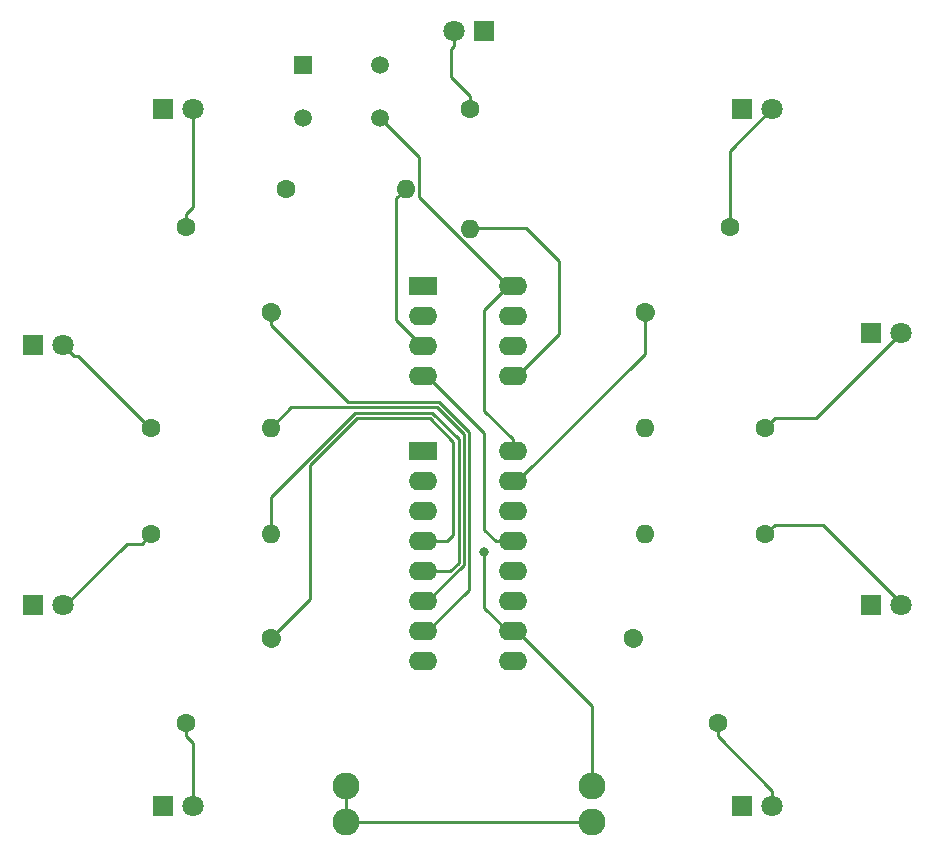
<source format=gbr>
G04 #@! TF.GenerationSoftware,KiCad,Pcbnew,(5.1.0)-1*
G04 #@! TF.CreationDate,2019-11-25T20:58:05-05:00*
G04 #@! TF.ProjectId,Christmas Ornament 2019,43687269-7374-46d6-9173-204f726e616d,rev?*
G04 #@! TF.SameCoordinates,Original*
G04 #@! TF.FileFunction,Copper,L1,Top*
G04 #@! TF.FilePolarity,Positive*
%FSLAX46Y46*%
G04 Gerber Fmt 4.6, Leading zero omitted, Abs format (unit mm)*
G04 Created by KiCad (PCBNEW (5.1.0)-1) date 2019-11-25 20:58:05*
%MOMM*%
%LPD*%
G04 APERTURE LIST*
%ADD10R,1.800000X1.800000*%
%ADD11C,1.800000*%
%ADD12C,1.600000*%
%ADD13C,1.600000*%
%ADD14O,1.600000X1.600000*%
%ADD15R,2.400000X1.600000*%
%ADD16O,2.400000X1.600000*%
%ADD17R,1.498600X1.498600*%
%ADD18C,1.498600*%
%ADD19C,2.286000*%
%ADD20C,0.800000*%
%ADD21C,0.250000*%
G04 APERTURE END LIST*
D10*
X131000000Y-59000000D03*
D11*
X133540000Y-59000000D03*
D10*
X142000000Y-78000000D03*
D11*
X144540000Y-78000000D03*
D10*
X109220000Y-52387500D03*
D11*
X106680000Y-52387500D03*
D10*
X142000000Y-101000000D03*
D11*
X144540000Y-101000000D03*
D10*
X131000000Y-118000000D03*
D11*
X133540000Y-118000000D03*
D10*
X82000000Y-118000000D03*
D11*
X84540000Y-118000000D03*
D10*
X71000000Y-101000000D03*
D11*
X73540000Y-101000000D03*
D10*
X71000000Y-79000000D03*
D11*
X73540000Y-79000000D03*
D10*
X82000000Y-59000000D03*
D11*
X84540000Y-59000000D03*
D12*
X130000000Y-69000000D03*
X122815795Y-76184205D03*
D13*
X122815795Y-76184205D02*
X122815795Y-76184205D01*
D12*
X133000000Y-86000000D03*
D14*
X122840000Y-86000000D03*
D12*
X108000000Y-59000000D03*
D14*
X108000000Y-69160000D03*
D12*
X133000000Y-95000000D03*
D14*
X122840000Y-95000000D03*
D12*
X129000000Y-111000000D03*
X121815795Y-103815795D03*
D13*
X121815795Y-103815795D02*
X121815795Y-103815795D01*
D12*
X92394000Y-65778000D03*
D14*
X102554000Y-65778000D03*
D12*
X84000000Y-111000000D03*
X91184205Y-103815795D03*
D13*
X91184205Y-103815795D02*
X91184205Y-103815795D01*
D12*
X81000000Y-95000000D03*
D14*
X91160000Y-95000000D03*
D12*
X81000000Y-86000000D03*
D14*
X91160000Y-86000000D03*
D12*
X84000000Y-69000000D03*
X91184205Y-76184205D03*
D13*
X91184205Y-76184205D02*
X91184205Y-76184205D01*
D15*
X104000000Y-74000000D03*
D16*
X111620000Y-81620000D03*
X104000000Y-76540000D03*
X111620000Y-79080000D03*
X104000000Y-79080000D03*
X111620000Y-76540000D03*
X104000000Y-81620000D03*
X111620000Y-74000000D03*
D15*
X104000000Y-88000000D03*
D16*
X111620000Y-105780000D03*
X104000000Y-90540000D03*
X111620000Y-103240000D03*
X104000000Y-93080000D03*
X111620000Y-100700000D03*
X104000000Y-95620000D03*
X111620000Y-98160000D03*
X104000000Y-98160000D03*
X111620000Y-95620000D03*
X104000000Y-100700000D03*
X111620000Y-93080000D03*
X104000000Y-103240000D03*
X111620000Y-90540000D03*
X104000000Y-105780000D03*
X111620000Y-88000000D03*
D17*
X93893999Y-55277999D03*
D18*
X93893999Y-59778000D03*
X100394001Y-59778000D03*
X100394001Y-55277999D03*
D19*
X118364000Y-116332000D03*
X118364000Y-119380000D03*
X97536000Y-116332000D03*
X97536000Y-119380000D03*
D20*
X109220000Y-96520000D03*
D21*
X130000000Y-69000000D02*
X130000000Y-62532000D01*
X130000000Y-62532000D02*
X133604000Y-58928000D01*
X110170000Y-95620000D02*
X109220000Y-94670000D01*
X111620000Y-95620000D02*
X110170000Y-95620000D01*
X104400000Y-81620000D02*
X104000000Y-81620000D01*
X109220000Y-86440000D02*
X104400000Y-81620000D01*
X109220000Y-94670000D02*
X109220000Y-86440000D01*
X133799999Y-85200001D02*
X137303999Y-85200001D01*
X133000000Y-86000000D02*
X133799999Y-85200001D01*
X137303999Y-85200001D02*
X144526000Y-77978000D01*
X108000000Y-57868630D02*
X108000000Y-59000000D01*
X106426000Y-56294630D02*
X108000000Y-57868630D01*
X106426000Y-53914292D02*
X106426000Y-56294630D01*
X106680000Y-53660292D02*
X106426000Y-53914292D01*
X106680000Y-52387500D02*
X106680000Y-53660292D01*
X133799999Y-94200001D02*
X137888001Y-94200001D01*
X133000000Y-95000000D02*
X133799999Y-94200001D01*
X137888001Y-94200001D02*
X144526000Y-100838000D01*
X129000000Y-112131370D02*
X133604000Y-116735370D01*
X129000000Y-111000000D02*
X129000000Y-112131370D01*
X133604000Y-116735370D02*
X133604000Y-118110000D01*
X84000000Y-112131370D02*
X84582000Y-112713370D01*
X84000000Y-111000000D02*
X84000000Y-112131370D01*
X84582000Y-112713370D02*
X84582000Y-117856000D01*
X80200001Y-95799999D02*
X78952001Y-95799999D01*
X81000000Y-95000000D02*
X80200001Y-95799999D01*
X78952001Y-95799999D02*
X73660000Y-101092000D01*
X73660000Y-101092000D02*
X73660000Y-100838000D01*
X73660000Y-100838000D02*
X73406000Y-100838000D01*
X74439999Y-79899999D02*
X74819999Y-79899999D01*
X73540000Y-79000000D02*
X74439999Y-79899999D01*
X74819999Y-79899999D02*
X81026000Y-86106000D01*
X84000000Y-67868630D02*
X84582000Y-67286630D01*
X84000000Y-69000000D02*
X84000000Y-67868630D01*
X84582000Y-67286630D02*
X84582000Y-58928000D01*
X112020000Y-90540000D02*
X111620000Y-90540000D01*
X122815795Y-79744205D02*
X112020000Y-90540000D01*
X122815795Y-76184205D02*
X122815795Y-79744205D01*
X112020000Y-81620000D02*
X115570000Y-78070000D01*
X111620000Y-81620000D02*
X112020000Y-81620000D01*
X115570000Y-78070000D02*
X115570000Y-71882000D01*
X115570000Y-71882000D02*
X112776000Y-69088000D01*
X112776000Y-69088000D02*
X107950000Y-69088000D01*
X104000000Y-79080000D02*
X103600000Y-79080000D01*
X101754001Y-66577999D02*
X101754001Y-76862001D01*
X102554000Y-65778000D02*
X101754001Y-66577999D01*
X101754001Y-76862001D02*
X103886000Y-78994000D01*
X106056000Y-95620000D02*
X104000000Y-95620000D01*
X106599970Y-95076030D02*
X106056000Y-95620000D01*
X91184205Y-103815795D02*
X94494215Y-100505785D01*
X94494215Y-89147785D02*
X98471970Y-85170030D01*
X98471970Y-85170030D02*
X104599620Y-85170030D01*
X104599620Y-85170030D02*
X106599970Y-87170380D01*
X94494215Y-100505785D02*
X94494215Y-89147785D01*
X106599970Y-87170380D02*
X106599970Y-95076030D01*
X91160000Y-95000000D02*
X91160000Y-91845590D01*
X98285569Y-84720021D02*
X104786020Y-84720020D01*
X91160000Y-91845590D02*
X98285569Y-84720021D01*
X104786020Y-84720020D02*
X107049980Y-86983980D01*
X106303590Y-98160000D02*
X104000000Y-98160000D01*
X107049980Y-86983980D02*
X107049980Y-97413610D01*
X107049980Y-97413610D02*
X106303590Y-98160000D01*
X104400000Y-100700000D02*
X104000000Y-100700000D01*
X107499990Y-97600010D02*
X104400000Y-100700000D01*
X107499990Y-86546400D02*
X107499990Y-97600010D01*
X105223600Y-84270010D02*
X107499990Y-86546400D01*
X92889990Y-84270010D02*
X105223600Y-84270010D01*
X91160000Y-86000000D02*
X92889990Y-84270010D01*
X91184205Y-77315575D02*
X97688630Y-83820000D01*
X91184205Y-76184205D02*
X91184205Y-77315575D01*
X97688630Y-83820000D02*
X105410000Y-83820000D01*
X105410000Y-83820000D02*
X107950000Y-86360000D01*
X104400000Y-103240000D02*
X104000000Y-103240000D01*
X107950000Y-99690000D02*
X104400000Y-103240000D01*
X107950000Y-86360000D02*
X107950000Y-99690000D01*
X97536000Y-116332000D02*
X97536000Y-117948446D01*
X97536000Y-117948446D02*
X97536000Y-119278400D01*
X97536000Y-119278400D02*
X97586800Y-119329200D01*
X97586800Y-119329200D02*
X97586800Y-119481600D01*
X118364000Y-119380000D02*
X97536000Y-119380000D01*
X112020000Y-103240000D02*
X111620000Y-103240000D01*
X118364000Y-109584000D02*
X112020000Y-103240000D01*
X118364000Y-116332000D02*
X118364000Y-109584000D01*
X103679001Y-63063000D02*
X100394001Y-59778000D01*
X103679001Y-66459001D02*
X103679001Y-63063000D01*
X111220000Y-74000000D02*
X103679001Y-66459001D01*
X111620000Y-86950000D02*
X109220000Y-84550000D01*
X111620000Y-88000000D02*
X111620000Y-86950000D01*
X111220000Y-74000000D02*
X111620000Y-74000000D01*
X109220000Y-76000000D02*
X111220000Y-74000000D01*
X109220000Y-84550000D02*
X109220000Y-76000000D01*
X109220000Y-101240000D02*
X109220000Y-96520000D01*
X111620000Y-103240000D02*
X111220000Y-103240000D01*
X111220000Y-103240000D02*
X109220000Y-101240000D01*
M02*

</source>
